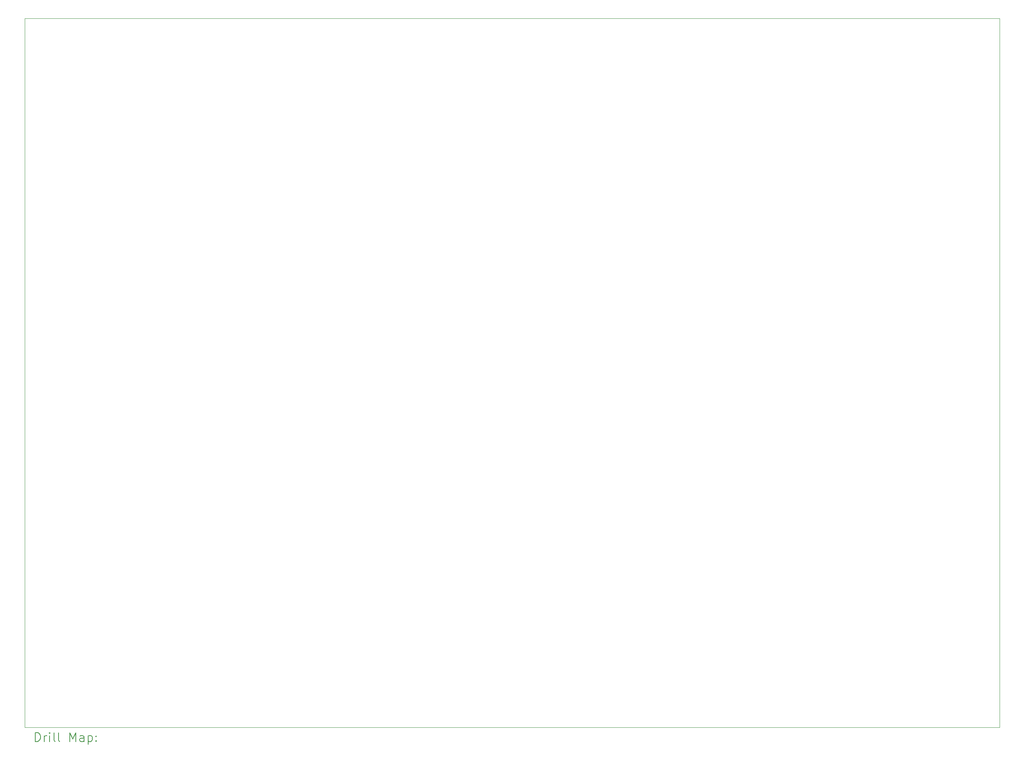
<source format=gbr>
%TF.GenerationSoftware,KiCad,Pcbnew,7.0.1*%
%TF.CreationDate,2023-05-12T07:13:43+02:00*%
%TF.ProjectId,K_Aries,4b5f4172-6965-4732-9e6b-696361645f70,rev?*%
%TF.SameCoordinates,Original*%
%TF.FileFunction,Drillmap*%
%TF.FilePolarity,Positive*%
%FSLAX45Y45*%
G04 Gerber Fmt 4.5, Leading zero omitted, Abs format (unit mm)*
G04 Created by KiCad (PCBNEW 7.0.1) date 2023-05-12 07:13:43*
%MOMM*%
%LPD*%
G01*
G04 APERTURE LIST*
%ADD10C,0.100000*%
%ADD11C,0.200000*%
G04 APERTURE END LIST*
D10*
X10500000Y-5500000D02*
X32500000Y-5500000D01*
X10500000Y-21500000D02*
X10500000Y-5500000D01*
X32500000Y-5500000D02*
X32500000Y-21500000D01*
X32500000Y-21500000D02*
X10500000Y-21500000D01*
D11*
X10742619Y-21817524D02*
X10742619Y-21617524D01*
X10742619Y-21617524D02*
X10790238Y-21617524D01*
X10790238Y-21617524D02*
X10818810Y-21627048D01*
X10818810Y-21627048D02*
X10837857Y-21646095D01*
X10837857Y-21646095D02*
X10847381Y-21665143D01*
X10847381Y-21665143D02*
X10856905Y-21703238D01*
X10856905Y-21703238D02*
X10856905Y-21731810D01*
X10856905Y-21731810D02*
X10847381Y-21769905D01*
X10847381Y-21769905D02*
X10837857Y-21788952D01*
X10837857Y-21788952D02*
X10818810Y-21808000D01*
X10818810Y-21808000D02*
X10790238Y-21817524D01*
X10790238Y-21817524D02*
X10742619Y-21817524D01*
X10942619Y-21817524D02*
X10942619Y-21684190D01*
X10942619Y-21722286D02*
X10952143Y-21703238D01*
X10952143Y-21703238D02*
X10961667Y-21693714D01*
X10961667Y-21693714D02*
X10980714Y-21684190D01*
X10980714Y-21684190D02*
X10999762Y-21684190D01*
X11066429Y-21817524D02*
X11066429Y-21684190D01*
X11066429Y-21617524D02*
X11056905Y-21627048D01*
X11056905Y-21627048D02*
X11066429Y-21636571D01*
X11066429Y-21636571D02*
X11075952Y-21627048D01*
X11075952Y-21627048D02*
X11066429Y-21617524D01*
X11066429Y-21617524D02*
X11066429Y-21636571D01*
X11190238Y-21817524D02*
X11171190Y-21808000D01*
X11171190Y-21808000D02*
X11161667Y-21788952D01*
X11161667Y-21788952D02*
X11161667Y-21617524D01*
X11295000Y-21817524D02*
X11275952Y-21808000D01*
X11275952Y-21808000D02*
X11266428Y-21788952D01*
X11266428Y-21788952D02*
X11266428Y-21617524D01*
X11523571Y-21817524D02*
X11523571Y-21617524D01*
X11523571Y-21617524D02*
X11590238Y-21760381D01*
X11590238Y-21760381D02*
X11656905Y-21617524D01*
X11656905Y-21617524D02*
X11656905Y-21817524D01*
X11837857Y-21817524D02*
X11837857Y-21712762D01*
X11837857Y-21712762D02*
X11828333Y-21693714D01*
X11828333Y-21693714D02*
X11809286Y-21684190D01*
X11809286Y-21684190D02*
X11771190Y-21684190D01*
X11771190Y-21684190D02*
X11752143Y-21693714D01*
X11837857Y-21808000D02*
X11818809Y-21817524D01*
X11818809Y-21817524D02*
X11771190Y-21817524D01*
X11771190Y-21817524D02*
X11752143Y-21808000D01*
X11752143Y-21808000D02*
X11742619Y-21788952D01*
X11742619Y-21788952D02*
X11742619Y-21769905D01*
X11742619Y-21769905D02*
X11752143Y-21750857D01*
X11752143Y-21750857D02*
X11771190Y-21741333D01*
X11771190Y-21741333D02*
X11818809Y-21741333D01*
X11818809Y-21741333D02*
X11837857Y-21731810D01*
X11933095Y-21684190D02*
X11933095Y-21884190D01*
X11933095Y-21693714D02*
X11952143Y-21684190D01*
X11952143Y-21684190D02*
X11990238Y-21684190D01*
X11990238Y-21684190D02*
X12009286Y-21693714D01*
X12009286Y-21693714D02*
X12018809Y-21703238D01*
X12018809Y-21703238D02*
X12028333Y-21722286D01*
X12028333Y-21722286D02*
X12028333Y-21779429D01*
X12028333Y-21779429D02*
X12018809Y-21798476D01*
X12018809Y-21798476D02*
X12009286Y-21808000D01*
X12009286Y-21808000D02*
X11990238Y-21817524D01*
X11990238Y-21817524D02*
X11952143Y-21817524D01*
X11952143Y-21817524D02*
X11933095Y-21808000D01*
X12114048Y-21798476D02*
X12123571Y-21808000D01*
X12123571Y-21808000D02*
X12114048Y-21817524D01*
X12114048Y-21817524D02*
X12104524Y-21808000D01*
X12104524Y-21808000D02*
X12114048Y-21798476D01*
X12114048Y-21798476D02*
X12114048Y-21817524D01*
X12114048Y-21693714D02*
X12123571Y-21703238D01*
X12123571Y-21703238D02*
X12114048Y-21712762D01*
X12114048Y-21712762D02*
X12104524Y-21703238D01*
X12104524Y-21703238D02*
X12114048Y-21693714D01*
X12114048Y-21693714D02*
X12114048Y-21712762D01*
M02*

</source>
